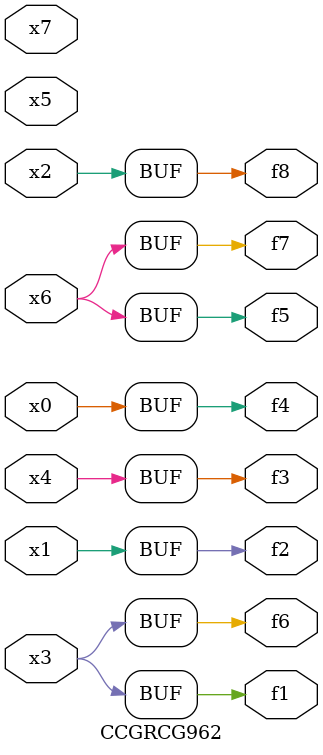
<source format=v>
module CCGRCG962(
	input x0, x1, x2, x3, x4, x5, x6, x7,
	output f1, f2, f3, f4, f5, f6, f7, f8
);
	assign f1 = x3;
	assign f2 = x1;
	assign f3 = x4;
	assign f4 = x0;
	assign f5 = x6;
	assign f6 = x3;
	assign f7 = x6;
	assign f8 = x2;
endmodule

</source>
